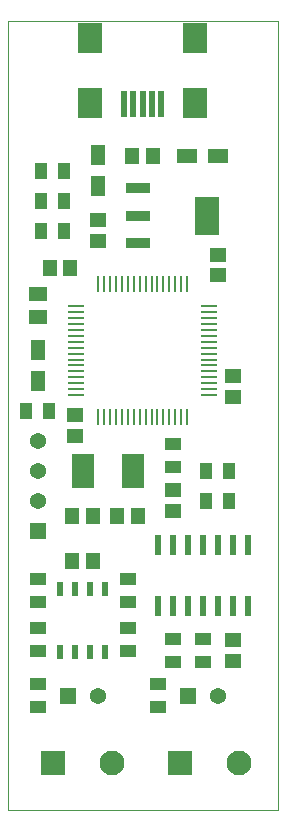
<source format=gts>
G04 #@! TF.GenerationSoftware,KiCad,Pcbnew,5.1.10-88a1d61d58~88~ubuntu18.04.1*
G04 #@! TF.CreationDate,2021-10-08T18:05:20+03:00*
G04 #@! TF.ProjectId,canhacker,63616e68-6163-46b6-9572-2e6b69636164,rev?*
G04 #@! TF.SameCoordinates,Original*
G04 #@! TF.FileFunction,Soldermask,Top*
G04 #@! TF.FilePolarity,Negative*
%FSLAX46Y46*%
G04 Gerber Fmt 4.6, Leading zero omitted, Abs format (unit mm)*
G04 Created by KiCad (PCBNEW 5.1.10-88a1d61d58~88~ubuntu18.04.1) date 2021-10-08 18:05:20*
%MOMM*%
%LPD*%
G01*
G04 APERTURE LIST*
%ADD10C,0.120000*%
%ADD11R,2.000000X2.500000*%
%ADD12R,0.500000X2.300000*%
%ADD13R,1.420000X1.000000*%
%ADD14R,1.000000X1.420000*%
%ADD15C,1.370000*%
%ADD16R,1.370000X1.370000*%
%ADD17R,1.470000X1.160000*%
%ADD18R,1.160000X1.470000*%
%ADD19R,1.230000X1.710000*%
%ADD20R,1.500000X1.300000*%
%ADD21R,1.710000X1.230000*%
%ADD22R,2.150000X3.250000*%
%ADD23R,2.150000X0.950000*%
%ADD24R,1.950000X2.950000*%
%ADD25R,0.600000X1.300000*%
%ADD26R,1.473200X0.279400*%
%ADD27R,0.279400X1.473200*%
%ADD28R,0.533400X1.701800*%
%ADD29C,2.100000*%
%ADD30R,2.100000X2.100000*%
G04 APERTURE END LIST*
D10*
X151130000Y-108712000D02*
X128270000Y-108712000D01*
X151130000Y-41910000D02*
X151130000Y-108712000D01*
X128270000Y-41910000D02*
X151130000Y-41910000D01*
X128270000Y-108712000D02*
X128270000Y-41910000D01*
D11*
X144150000Y-48855000D03*
X144150000Y-43355000D03*
X135250000Y-48855000D03*
X135250000Y-43355000D03*
D12*
X138100000Y-48955000D03*
X138900000Y-48955000D03*
X139700000Y-48955000D03*
X140500000Y-48955000D03*
X141300000Y-48955000D03*
D13*
X140970000Y-98125000D03*
X140970000Y-99995000D03*
X130810000Y-98125000D03*
X130810000Y-99995000D03*
X142240000Y-94315000D03*
X142240000Y-96185000D03*
X144780000Y-94315000D03*
X144780000Y-96185000D03*
X138430000Y-95250000D03*
X138430000Y-93380000D03*
X138430000Y-91105000D03*
X138430000Y-89235000D03*
X130810000Y-93380000D03*
X130810000Y-95250000D03*
X130810000Y-91105000D03*
X130810000Y-89235000D03*
D14*
X145115000Y-80010000D03*
X146985000Y-80010000D03*
X146985000Y-82550000D03*
X145115000Y-82550000D03*
X131745000Y-74930000D03*
X129875000Y-74930000D03*
D13*
X142240000Y-79675000D03*
X142240000Y-77805000D03*
D15*
X146050000Y-99060000D03*
D16*
X143510000Y-99060000D03*
D15*
X135890000Y-99060000D03*
D16*
X133350000Y-99060000D03*
D17*
X147320000Y-94375000D03*
X147320000Y-96125000D03*
D18*
X135495000Y-87630000D03*
X133745000Y-87630000D03*
X133745000Y-83820000D03*
X135495000Y-83820000D03*
X131840000Y-62865000D03*
X133590000Y-62865000D03*
D17*
X147320000Y-73773000D03*
X147320000Y-72023000D03*
D18*
X139305000Y-83820000D03*
X137555000Y-83820000D03*
D17*
X146050000Y-63486000D03*
X146050000Y-61736000D03*
X133985000Y-77075000D03*
X133985000Y-75325000D03*
X142240000Y-83425000D03*
X142240000Y-81675000D03*
D14*
X133015000Y-57150000D03*
X131145000Y-57150000D03*
X133015000Y-59690000D03*
X131145000Y-59690000D03*
X133015000Y-54610000D03*
X131145000Y-54610000D03*
D19*
X130810000Y-69770000D03*
X130810000Y-72470000D03*
D20*
X130810000Y-66990000D03*
X130810000Y-65090000D03*
D21*
X143430000Y-53340000D03*
X146130000Y-53340000D03*
D18*
X138825000Y-53340000D03*
X140575000Y-53340000D03*
D17*
X135890000Y-58815000D03*
X135890000Y-60565000D03*
D19*
X135890000Y-55960000D03*
X135890000Y-53260000D03*
D22*
X145140000Y-58420000D03*
D23*
X139340000Y-60720000D03*
X139340000Y-58420000D03*
X139340000Y-56120000D03*
D24*
X138920000Y-80010000D03*
X134620000Y-80010000D03*
D25*
X136525000Y-95360000D03*
X135255000Y-95360000D03*
X133985000Y-95360000D03*
X132715000Y-95360000D03*
X132715000Y-90060000D03*
X133985000Y-90060000D03*
X135255000Y-90060000D03*
X136525000Y-90060000D03*
D26*
X134086600Y-73609200D03*
X134086600Y-73101200D03*
X134086600Y-72593200D03*
X134086600Y-72110600D03*
X134086600Y-71602600D03*
X134086600Y-71094600D03*
X134086600Y-70612000D03*
X134086600Y-70104000D03*
X134086600Y-69596000D03*
X134086600Y-69088000D03*
X134086600Y-68605400D03*
X134086600Y-68097400D03*
X134086600Y-67589400D03*
X134086600Y-67106800D03*
X134086600Y-66598800D03*
X134086600Y-66090800D03*
D27*
X135940800Y-64236600D03*
X136448800Y-64236600D03*
X136956800Y-64236600D03*
X137439400Y-64236600D03*
X137947400Y-64236600D03*
X138455400Y-64236600D03*
X138938000Y-64236600D03*
X139446000Y-64236600D03*
X139954000Y-64236600D03*
X140462000Y-64236600D03*
X140944600Y-64236600D03*
X141452600Y-64236600D03*
X141960600Y-64236600D03*
X142443200Y-64236600D03*
X142951200Y-64236600D03*
X143459200Y-64236600D03*
D26*
X145313400Y-66090800D03*
X145313400Y-66598800D03*
X145313400Y-67106800D03*
X145313400Y-67589400D03*
X145313400Y-68097400D03*
X145313400Y-68605400D03*
X145313400Y-69088000D03*
X145313400Y-69596000D03*
X145313400Y-70104000D03*
X145313400Y-70612000D03*
X145313400Y-71094600D03*
X145313400Y-71602600D03*
X145313400Y-72110600D03*
X145313400Y-72593200D03*
X145313400Y-73101200D03*
X145313400Y-73609200D03*
D27*
X143459200Y-75463400D03*
X142951200Y-75463400D03*
X142443200Y-75463400D03*
X141960600Y-75463400D03*
X141452600Y-75463400D03*
X140944600Y-75463400D03*
X140462000Y-75463400D03*
X139954000Y-75463400D03*
X139446000Y-75463400D03*
X138938000Y-75463400D03*
X138455400Y-75463400D03*
X137947400Y-75463400D03*
X137439400Y-75463400D03*
X136956800Y-75463400D03*
X136448800Y-75463400D03*
X135940800Y-75463400D03*
D28*
X148590000Y-91490800D03*
X147320000Y-91490800D03*
X146050000Y-91490800D03*
X144780000Y-91490800D03*
X143510000Y-91490800D03*
X142240000Y-91490800D03*
X140970000Y-91490800D03*
X140970000Y-86309200D03*
X142240000Y-86309200D03*
X143510000Y-86309200D03*
X144780000Y-86309200D03*
X146050000Y-86309200D03*
X147320000Y-86309200D03*
X148590000Y-86309200D03*
D29*
X147875000Y-104775000D03*
D30*
X142875000Y-104775000D03*
D29*
X137080000Y-104775000D03*
D30*
X132080000Y-104775000D03*
D15*
X130810000Y-77470000D03*
X130810000Y-80010000D03*
X130810000Y-82550000D03*
D16*
X130810000Y-85090000D03*
M02*

</source>
